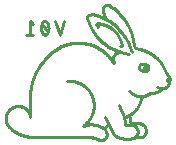
<source format=gbo>
G75*
%MOIN*%
%OFA0B0*%
%FSLAX25Y25*%
%IPPOS*%
%LPD*%
%AMOC8*
5,1,8,0,0,1.08239X$1,22.5*
%
%ADD10C,0.01000*%
%ADD11C,0.01100*%
D10*
X0014820Y0008580D02*
X0014730Y0008670D01*
X0014642Y0008762D01*
X0014557Y0008857D01*
X0014475Y0008954D01*
X0014396Y0009054D01*
X0014320Y0009156D01*
X0014248Y0009261D01*
X0014179Y0009368D01*
X0014112Y0009476D01*
X0014050Y0009587D01*
X0013991Y0009700D01*
X0013935Y0009814D01*
X0013883Y0009930D01*
X0013834Y0010048D01*
X0013790Y0010167D01*
X0013748Y0010288D01*
X0013711Y0010409D01*
X0013677Y0010532D01*
X0013648Y0010656D01*
X0013622Y0010780D01*
X0013599Y0010906D01*
X0013581Y0011032D01*
X0013567Y0011158D01*
X0013556Y0011285D01*
X0013550Y0011412D01*
X0013547Y0011539D01*
X0013548Y0011667D01*
X0013554Y0011794D01*
X0013563Y0011921D01*
X0013576Y0012047D01*
X0013593Y0012174D01*
X0013614Y0012299D01*
X0013638Y0012424D01*
X0013667Y0012548D01*
X0013699Y0012671D01*
X0013735Y0012793D01*
X0013775Y0012914D01*
X0013819Y0013034D01*
X0013866Y0013152D01*
X0013917Y0013268D01*
X0013971Y0013383D01*
X0014029Y0013497D01*
X0014091Y0013608D01*
X0014156Y0013718D01*
X0014224Y0013825D01*
X0014295Y0013931D01*
X0014370Y0014034D01*
X0014448Y0014134D01*
X0014529Y0014232D01*
X0014613Y0014328D01*
X0014700Y0014421D01*
X0014789Y0014512D01*
X0014882Y0014599D01*
X0014977Y0014684D01*
X0015074Y0014765D01*
X0015175Y0014844D01*
X0015277Y0014920D01*
X0015382Y0014992D01*
X0015489Y0015061D01*
X0015598Y0015127D01*
X0015709Y0015189D01*
X0015822Y0015248D01*
X0015936Y0015303D01*
X0016052Y0015355D01*
X0016170Y0015403D01*
X0016290Y0015447D01*
X0016410Y0015488D01*
X0016532Y0015525D01*
X0016655Y0015559D01*
X0016779Y0015588D01*
X0016903Y0015614D01*
X0017029Y0015636D01*
X0017155Y0015653D01*
X0017281Y0015667D01*
X0017408Y0015678D01*
X0017535Y0015684D01*
X0017662Y0015686D01*
X0017790Y0015684D01*
X0017917Y0015679D01*
X0018044Y0015669D01*
X0018170Y0015656D01*
X0018296Y0015638D01*
X0018422Y0015617D01*
X0018547Y0015592D01*
X0018671Y0015563D01*
X0018794Y0015531D01*
X0018916Y0015494D01*
X0019036Y0015454D01*
X0019156Y0015410D01*
X0019274Y0015362D01*
X0019390Y0015311D01*
X0019505Y0015256D01*
X0019618Y0015198D01*
X0019730Y0015136D01*
X0019839Y0015071D01*
X0019946Y0015002D01*
X0020051Y0014931D01*
X0020154Y0014856D01*
X0020255Y0014778D01*
X0020353Y0014696D01*
X0020448Y0014612D01*
X0020541Y0014525D01*
X0020631Y0014435D01*
X0020718Y0014342D01*
X0020803Y0014247D01*
X0020884Y0014149D01*
X0020962Y0014049D01*
X0021037Y0013946D01*
X0021109Y0013841D01*
X0021178Y0013734D01*
X0021244Y0013625D01*
X0021305Y0013514D01*
X0021364Y0013401D01*
X0021419Y0013286D01*
X0021470Y0013170D01*
X0021518Y0013052D01*
X0021562Y0012932D01*
X0021603Y0012812D01*
X0021640Y0012690D01*
X0021673Y0012567D01*
X0021702Y0012443D01*
X0021727Y0012318D01*
X0021748Y0012193D01*
X0021766Y0012067D01*
X0021780Y0011940D01*
X0021780Y0012300D02*
X0021660Y0018060D01*
X0014820Y0008579D02*
X0015025Y0008387D01*
X0015235Y0008200D01*
X0015450Y0008019D01*
X0015669Y0007842D01*
X0015892Y0007671D01*
X0016119Y0007505D01*
X0016350Y0007344D01*
X0016585Y0007190D01*
X0016823Y0007040D01*
X0017065Y0006897D01*
X0017311Y0006760D01*
X0017560Y0006628D01*
X0017811Y0006503D01*
X0018066Y0006384D01*
X0018324Y0006270D01*
X0018584Y0006163D01*
X0018846Y0006063D01*
X0019111Y0005968D01*
X0019379Y0005881D01*
X0019648Y0005799D01*
X0019919Y0005724D01*
X0020192Y0005656D01*
X0020466Y0005594D01*
X0020742Y0005539D01*
X0021019Y0005490D01*
X0021297Y0005449D01*
X0021576Y0005414D01*
X0021856Y0005385D01*
X0022137Y0005364D01*
X0022417Y0005349D01*
X0022699Y0005341D01*
X0022980Y0005339D01*
X0022980Y0005340D02*
X0039300Y0005460D01*
X0039780Y0005460D02*
X0041340Y0005340D01*
X0044700Y0008941D02*
X0044805Y0008925D01*
X0044910Y0008905D01*
X0045014Y0008882D01*
X0045117Y0008855D01*
X0045219Y0008824D01*
X0045320Y0008789D01*
X0045420Y0008751D01*
X0045518Y0008709D01*
X0045614Y0008663D01*
X0045709Y0008614D01*
X0045802Y0008562D01*
X0045893Y0008506D01*
X0045981Y0008447D01*
X0046068Y0008384D01*
X0046152Y0008319D01*
X0046234Y0008250D01*
X0046313Y0008178D01*
X0046389Y0008104D01*
X0046463Y0008027D01*
X0046534Y0007947D01*
X0046601Y0007865D01*
X0046666Y0007780D01*
X0046728Y0007693D01*
X0046786Y0007604D01*
X0046841Y0007512D01*
X0046893Y0007419D01*
X0046941Y0007324D01*
X0046985Y0007227D01*
X0047026Y0007128D01*
X0047064Y0007029D01*
X0047098Y0006927D01*
X0047127Y0006825D01*
X0047154Y0006722D01*
X0047176Y0006617D01*
X0047195Y0006512D01*
X0047209Y0006407D01*
X0047220Y0006301D01*
X0047220Y0006300D02*
X0047225Y0006218D01*
X0047226Y0006135D01*
X0047223Y0006052D01*
X0047217Y0005970D01*
X0047207Y0005887D01*
X0047193Y0005806D01*
X0047175Y0005725D01*
X0047154Y0005645D01*
X0047128Y0005566D01*
X0047100Y0005489D01*
X0047068Y0005412D01*
X0047032Y0005338D01*
X0046993Y0005265D01*
X0046951Y0005194D01*
X0046905Y0005125D01*
X0046856Y0005058D01*
X0046805Y0004993D01*
X0046750Y0004931D01*
X0046693Y0004871D01*
X0046633Y0004814D01*
X0046570Y0004760D01*
X0046505Y0004709D01*
X0046437Y0004661D01*
X0046368Y0004616D01*
X0046296Y0004574D01*
X0046223Y0004536D01*
X0046148Y0004501D01*
X0046072Y0004469D01*
X0045994Y0004441D01*
X0045915Y0004417D01*
X0045835Y0004396D01*
X0045754Y0004379D01*
X0045672Y0004366D01*
X0045590Y0004357D01*
X0045507Y0004351D01*
X0045424Y0004349D01*
X0045342Y0004351D01*
X0045259Y0004357D01*
X0045177Y0004366D01*
X0045095Y0004379D01*
X0045014Y0004396D01*
X0044934Y0004417D01*
X0044855Y0004441D01*
X0044777Y0004469D01*
X0044700Y0004501D01*
X0044700Y0009059D02*
X0044533Y0009122D01*
X0044365Y0009180D01*
X0044195Y0009234D01*
X0044025Y0009284D01*
X0043853Y0009330D01*
X0043680Y0009372D01*
X0043506Y0009410D01*
X0043331Y0009444D01*
X0043156Y0009474D01*
X0042980Y0009500D01*
X0042803Y0009521D01*
X0042626Y0009538D01*
X0042448Y0009552D01*
X0042271Y0009560D01*
X0042093Y0009565D01*
X0041915Y0009566D01*
X0041737Y0009562D01*
X0041559Y0009554D01*
X0041381Y0009542D01*
X0041204Y0009526D01*
X0041027Y0009506D01*
X0040851Y0009481D01*
X0040675Y0009452D01*
X0040500Y0009419D01*
X0040500Y0009420D02*
X0039300Y0009180D01*
X0052020Y0014340D02*
X0052145Y0014100D01*
X0052264Y0013857D01*
X0052377Y0013612D01*
X0052484Y0013363D01*
X0052585Y0013112D01*
X0052680Y0012859D01*
X0052769Y0012604D01*
X0052852Y0012346D01*
X0052928Y0012087D01*
X0052998Y0011825D01*
X0053062Y0011563D01*
X0053120Y0011298D01*
X0053171Y0011033D01*
X0053215Y0010766D01*
X0053253Y0010498D01*
X0053285Y0010229D01*
X0053310Y0009960D01*
X0053328Y0009690D01*
X0053340Y0009420D01*
X0053460Y0009420D02*
X0055260Y0009420D01*
X0055500Y0010140D02*
X0057780Y0010020D01*
X0054900Y0011700D02*
X0054780Y0012660D01*
X0056820Y0005340D02*
X0056666Y0005272D01*
X0056510Y0005209D01*
X0056353Y0005150D01*
X0056194Y0005094D01*
X0056035Y0005042D01*
X0055873Y0004994D01*
X0055711Y0004949D01*
X0055548Y0004909D01*
X0055384Y0004872D01*
X0055219Y0004840D01*
X0055053Y0004811D01*
X0054887Y0004786D01*
X0054720Y0004766D01*
X0054553Y0004749D01*
X0054385Y0004736D01*
X0054217Y0004728D01*
X0054049Y0004723D01*
X0053881Y0004722D01*
X0053713Y0004726D01*
X0053545Y0004733D01*
X0053377Y0004744D01*
X0053209Y0004760D01*
X0053042Y0004779D01*
X0052876Y0004802D01*
X0052710Y0004830D01*
X0052545Y0004861D01*
X0052380Y0004896D01*
X0052217Y0004935D01*
X0052054Y0004978D01*
X0051893Y0005025D01*
X0051732Y0005076D01*
X0051573Y0005131D01*
X0051416Y0005189D01*
X0051259Y0005251D01*
X0051105Y0005317D01*
X0050951Y0005386D01*
X0050800Y0005460D01*
X0050320Y0005700D01*
X0050340Y0005700D02*
X0050275Y0005713D01*
X0050210Y0005730D01*
X0050146Y0005751D01*
X0050083Y0005774D01*
X0050022Y0005802D01*
X0049962Y0005832D01*
X0049904Y0005866D01*
X0049848Y0005903D01*
X0049794Y0005943D01*
X0049743Y0005985D01*
X0049693Y0006031D01*
X0049647Y0006079D01*
X0049603Y0006130D01*
X0049562Y0006183D01*
X0049523Y0006238D01*
X0049488Y0006295D01*
X0049456Y0006354D01*
X0049428Y0006414D01*
X0049402Y0006477D01*
X0049381Y0006540D01*
X0049380Y0006540D02*
X0046500Y0012180D01*
X0047700Y0009300D02*
X0046620Y0008580D01*
X0055260Y0009420D02*
X0055352Y0009422D01*
X0055445Y0009420D01*
X0055537Y0009414D01*
X0055629Y0009404D01*
X0055721Y0009390D01*
X0055812Y0009373D01*
X0055902Y0009351D01*
X0055991Y0009326D01*
X0056079Y0009297D01*
X0056166Y0009265D01*
X0056251Y0009228D01*
X0056335Y0009189D01*
X0056417Y0009145D01*
X0056497Y0009099D01*
X0056574Y0009049D01*
X0056650Y0008995D01*
X0056724Y0008939D01*
X0056795Y0008879D01*
X0056863Y0008817D01*
X0056929Y0008752D01*
X0056992Y0008684D01*
X0057052Y0008613D01*
X0057108Y0008540D01*
X0057162Y0008465D01*
X0057213Y0008387D01*
X0057260Y0008307D01*
X0057304Y0008226D01*
X0057344Y0008142D01*
X0057381Y0008057D01*
X0057414Y0007971D01*
X0057444Y0007883D01*
X0057470Y0007794D01*
X0057492Y0007704D01*
X0057510Y0007614D01*
X0057524Y0007522D01*
X0057535Y0007430D01*
X0057541Y0007338D01*
X0057544Y0007245D01*
X0057543Y0007152D01*
X0057538Y0007060D01*
X0057529Y0006968D01*
X0057516Y0006876D01*
X0057499Y0006785D01*
X0057478Y0006695D01*
X0057454Y0006605D01*
X0057426Y0006517D01*
X0057394Y0006430D01*
X0057358Y0006345D01*
X0057319Y0006261D01*
X0057277Y0006178D01*
X0057231Y0006098D01*
X0057181Y0006020D01*
X0057129Y0005943D01*
X0057073Y0005870D01*
X0057014Y0005798D01*
X0056952Y0005729D01*
X0056887Y0005663D01*
X0056820Y0005599D01*
X0057420Y0005340D02*
X0059220Y0005460D01*
X0059340Y0005460D02*
X0059416Y0005528D01*
X0059489Y0005598D01*
X0059560Y0005671D01*
X0059628Y0005747D01*
X0059692Y0005825D01*
X0059754Y0005906D01*
X0059812Y0005989D01*
X0059867Y0006074D01*
X0059919Y0006162D01*
X0059967Y0006251D01*
X0060012Y0006342D01*
X0060053Y0006435D01*
X0060090Y0006530D01*
X0060123Y0006625D01*
X0060153Y0006722D01*
X0060179Y0006821D01*
X0060201Y0006920D01*
X0060220Y0007020D01*
X0060234Y0007120D01*
X0060244Y0007221D01*
X0060251Y0007323D01*
X0060253Y0007424D01*
X0060251Y0007526D01*
X0060246Y0007627D01*
X0060236Y0007728D01*
X0060223Y0007829D01*
X0060205Y0007929D01*
X0060184Y0008028D01*
X0060159Y0008127D01*
X0060130Y0008224D01*
X0060097Y0008320D01*
X0060060Y0008415D01*
X0060020Y0008508D01*
X0059976Y0008599D01*
X0059928Y0008689D01*
X0059877Y0008777D01*
X0059823Y0008863D01*
X0059765Y0008946D01*
X0059704Y0009028D01*
X0059640Y0009106D01*
X0059573Y0009183D01*
X0059503Y0009256D01*
X0059430Y0009327D01*
X0059355Y0009395D01*
X0059277Y0009460D01*
X0059196Y0009521D01*
X0059113Y0009580D01*
X0059028Y0009635D01*
X0058940Y0009687D01*
X0058851Y0009735D01*
X0058760Y0009780D01*
X0058667Y0009821D01*
X0058572Y0009858D01*
X0058477Y0009892D01*
X0058380Y0009922D01*
X0058282Y0009948D01*
X0058182Y0009971D01*
X0058083Y0009989D01*
X0057982Y0010003D01*
X0057881Y0010014D01*
X0057780Y0010020D01*
X0052020Y0014340D02*
X0051180Y0016020D01*
X0052980Y0011940D02*
X0053164Y0011995D01*
X0053347Y0012054D01*
X0053528Y0012118D01*
X0053708Y0012186D01*
X0053885Y0012258D01*
X0054062Y0012334D01*
X0054236Y0012415D01*
X0054408Y0012500D01*
X0054578Y0012589D01*
X0054746Y0012682D01*
X0054912Y0012779D01*
X0055075Y0012880D01*
X0055236Y0012986D01*
X0055394Y0013094D01*
X0055549Y0013207D01*
X0055702Y0013324D01*
X0055852Y0013444D01*
X0055999Y0013567D01*
X0056143Y0013694D01*
X0056284Y0013825D01*
X0056421Y0013959D01*
X0056556Y0014096D01*
X0056686Y0014237D01*
X0056814Y0014380D01*
X0056938Y0014527D01*
X0057059Y0014676D01*
X0057175Y0014829D01*
X0057288Y0014984D01*
X0057398Y0015142D01*
X0057503Y0015302D01*
X0057605Y0015465D01*
X0057702Y0015631D01*
X0057796Y0015798D01*
X0057885Y0015968D01*
X0057971Y0016140D01*
X0058052Y0016314D01*
X0058129Y0016490D01*
X0058202Y0016668D01*
X0058270Y0016847D01*
X0058334Y0017028D01*
X0058394Y0017211D01*
X0058449Y0017395D01*
X0058500Y0017580D01*
X0058860Y0018900D01*
X0061740Y0020100D02*
X0062340Y0020100D01*
X0064140Y0021900D02*
X0064980Y0021660D01*
X0064980Y0021661D02*
X0065073Y0021636D01*
X0065168Y0021615D01*
X0065263Y0021598D01*
X0065359Y0021585D01*
X0065455Y0021576D01*
X0065551Y0021571D01*
X0065648Y0021570D01*
X0065744Y0021573D01*
X0065841Y0021580D01*
X0065937Y0021590D01*
X0066032Y0021605D01*
X0066127Y0021624D01*
X0066221Y0021646D01*
X0066314Y0021672D01*
X0066406Y0021702D01*
X0066496Y0021736D01*
X0066585Y0021774D01*
X0066672Y0021815D01*
X0066758Y0021859D01*
X0066842Y0021908D01*
X0066924Y0021959D01*
X0067003Y0022014D01*
X0067080Y0022072D01*
X0067155Y0022133D01*
X0067227Y0022197D01*
X0067297Y0022264D01*
X0067363Y0022334D01*
X0067427Y0022407D01*
X0067488Y0022482D01*
X0067546Y0022559D01*
X0067600Y0022639D01*
X0067651Y0022721D01*
X0067699Y0022805D01*
X0067743Y0022891D01*
X0067783Y0022979D01*
X0067820Y0023068D01*
X0067854Y0023158D01*
X0067883Y0023250D01*
X0067909Y0023343D01*
X0067931Y0023438D01*
X0067949Y0023532D01*
X0067963Y0023628D01*
X0067973Y0023724D01*
X0067980Y0023820D01*
X0067500Y0024060D02*
X0067465Y0024073D01*
X0067432Y0024090D01*
X0067401Y0024109D01*
X0067372Y0024132D01*
X0067345Y0024158D01*
X0067321Y0024187D01*
X0067300Y0024217D01*
X0067283Y0024250D01*
X0067269Y0024285D01*
X0067259Y0024320D01*
X0067252Y0024357D01*
X0067249Y0024394D01*
X0067250Y0024431D01*
X0067255Y0024467D01*
X0067263Y0024503D01*
X0067275Y0024538D01*
X0067291Y0024572D01*
X0067310Y0024604D01*
X0067332Y0024634D01*
X0067358Y0024661D01*
X0067386Y0024685D01*
X0067416Y0024707D01*
X0067448Y0024725D01*
X0067482Y0024740D01*
X0067517Y0024751D01*
X0067554Y0024759D01*
X0067590Y0024763D01*
X0067628Y0024763D01*
X0067664Y0024759D01*
X0067701Y0024751D01*
X0067736Y0024740D01*
X0067770Y0024725D01*
X0067802Y0024707D01*
X0067832Y0024685D01*
X0067860Y0024661D01*
X0068220Y0025139D02*
X0068252Y0025099D01*
X0068280Y0025056D01*
X0068305Y0025012D01*
X0068327Y0024965D01*
X0068345Y0024917D01*
X0068359Y0024868D01*
X0068370Y0024818D01*
X0068377Y0024767D01*
X0068380Y0024716D01*
X0068379Y0024665D01*
X0068374Y0024614D01*
X0068365Y0024563D01*
X0068353Y0024514D01*
X0068337Y0024465D01*
X0068317Y0024418D01*
X0068293Y0024372D01*
X0068267Y0024329D01*
X0068237Y0024287D01*
X0068204Y0024248D01*
X0068168Y0024211D01*
X0068129Y0024178D01*
X0068088Y0024147D01*
X0068045Y0024120D01*
X0067999Y0024096D01*
X0067952Y0024075D01*
X0067904Y0024058D01*
X0067855Y0024045D01*
X0067804Y0024035D01*
X0067753Y0024030D01*
X0067702Y0024028D01*
X0067651Y0024030D01*
X0067600Y0024036D01*
X0067550Y0024046D01*
X0067500Y0024060D01*
X0065340Y0021180D02*
X0065235Y0021095D01*
X0065126Y0021013D01*
X0065016Y0020935D01*
X0064903Y0020859D01*
X0064789Y0020787D01*
X0064672Y0020718D01*
X0064553Y0020653D01*
X0064433Y0020591D01*
X0064311Y0020532D01*
X0064187Y0020477D01*
X0064061Y0020426D01*
X0063934Y0020378D01*
X0063806Y0020334D01*
X0063677Y0020294D01*
X0063546Y0020257D01*
X0063415Y0020224D01*
X0063282Y0020195D01*
X0063149Y0020170D01*
X0063015Y0020149D01*
X0062881Y0020131D01*
X0062746Y0020118D01*
X0062611Y0020108D01*
X0062476Y0020102D01*
X0062340Y0020100D01*
X0061739Y0020100D02*
X0061629Y0020014D01*
X0061517Y0019931D01*
X0061402Y0019851D01*
X0061285Y0019774D01*
X0061166Y0019700D01*
X0061045Y0019630D01*
X0060922Y0019563D01*
X0060798Y0019499D01*
X0060671Y0019439D01*
X0060544Y0019382D01*
X0060414Y0019329D01*
X0060283Y0019280D01*
X0060151Y0019234D01*
X0060018Y0019191D01*
X0059883Y0019153D01*
X0059748Y0019118D01*
X0059611Y0019086D01*
X0059474Y0019059D01*
X0059336Y0019035D01*
X0059198Y0019015D01*
X0059059Y0018999D01*
X0058920Y0018987D01*
X0058780Y0018979D01*
X0058640Y0018974D01*
X0058500Y0018973D01*
X0058360Y0018976D01*
X0058220Y0018983D01*
X0058081Y0018994D01*
X0057942Y0019008D01*
X0057803Y0019027D01*
X0057665Y0019049D01*
X0057528Y0019075D01*
X0057391Y0019105D01*
X0057255Y0019138D01*
X0057120Y0019175D01*
X0056986Y0019216D01*
X0056854Y0019261D01*
X0056722Y0019309D01*
X0056592Y0019361D01*
X0056464Y0019416D01*
X0056337Y0019475D01*
X0056211Y0019537D01*
X0056088Y0019603D01*
X0055966Y0019672D01*
X0055846Y0019744D01*
X0055729Y0019820D01*
X0055613Y0019898D01*
X0055500Y0019980D01*
X0054660Y0020580D01*
X0063780Y0031741D02*
X0063569Y0031933D01*
X0063352Y0032121D01*
X0063131Y0032303D01*
X0062906Y0032480D01*
X0062676Y0032651D01*
X0062442Y0032817D01*
X0062204Y0032976D01*
X0061962Y0033130D01*
X0061717Y0033278D01*
X0061468Y0033420D01*
X0061216Y0033555D01*
X0060960Y0033685D01*
X0060702Y0033808D01*
X0060440Y0033924D01*
X0060175Y0034035D01*
X0059908Y0034138D01*
X0059639Y0034236D01*
X0059367Y0034326D01*
X0059093Y0034410D01*
X0058817Y0034487D01*
X0058540Y0034557D01*
X0058260Y0034621D01*
X0058260Y0034620D02*
X0056580Y0034980D01*
X0056580Y0035100D02*
X0056100Y0037500D01*
X0054660Y0036180D02*
X0055740Y0033660D01*
X0054540Y0032940D02*
X0051660Y0033780D01*
X0051660Y0035700D02*
X0052260Y0035700D01*
X0052260Y0035940D02*
X0051900Y0037140D01*
X0044220Y0042060D02*
X0043620Y0043020D01*
X0043141Y0046140D02*
X0043040Y0046165D01*
X0042938Y0046186D01*
X0042836Y0046203D01*
X0042733Y0046216D01*
X0042629Y0046225D01*
X0042526Y0046231D01*
X0042422Y0046232D01*
X0042318Y0046229D01*
X0042214Y0046223D01*
X0042111Y0046212D01*
X0042008Y0046198D01*
X0041906Y0046180D01*
X0041805Y0046158D01*
X0041704Y0046132D01*
X0041605Y0046102D01*
X0041507Y0046068D01*
X0041410Y0046031D01*
X0041314Y0045990D01*
X0041220Y0045946D01*
X0041128Y0045898D01*
X0041038Y0045846D01*
X0040950Y0045792D01*
X0040864Y0045733D01*
X0040780Y0045672D01*
X0040699Y0045608D01*
X0040620Y0045540D01*
X0046021Y0048180D02*
X0046024Y0048252D01*
X0046032Y0048323D01*
X0046044Y0048394D01*
X0046060Y0048464D01*
X0046079Y0048533D01*
X0046102Y0048601D01*
X0046128Y0048668D01*
X0046159Y0048733D01*
X0046192Y0048797D01*
X0046229Y0048858D01*
X0046270Y0048917D01*
X0046313Y0048975D01*
X0046360Y0049029D01*
X0046409Y0049081D01*
X0046461Y0049131D01*
X0046516Y0049177D01*
X0046573Y0049220D01*
X0046633Y0049261D01*
X0046694Y0049298D01*
X0046758Y0049331D01*
X0046823Y0049361D01*
X0046889Y0049388D01*
X0046957Y0049411D01*
X0047027Y0049430D01*
X0047097Y0049445D01*
X0047168Y0049457D01*
X0047239Y0049465D01*
X0047311Y0049469D01*
X0047382Y0049469D01*
X0047454Y0049465D01*
X0047525Y0049457D01*
X0047596Y0049445D01*
X0047666Y0049430D01*
X0047735Y0049411D01*
X0047803Y0049388D01*
X0047870Y0049361D01*
X0047935Y0049331D01*
X0047999Y0049297D01*
X0048060Y0049260D01*
X0046020Y0048180D02*
X0046018Y0048032D01*
X0046020Y0047884D01*
X0046025Y0047737D01*
X0046034Y0047589D01*
X0046047Y0047442D01*
X0046063Y0047295D01*
X0046084Y0047148D01*
X0046108Y0047002D01*
X0046135Y0046857D01*
X0046167Y0046712D01*
X0046202Y0046569D01*
X0046241Y0046426D01*
X0046283Y0046284D01*
X0046329Y0046144D01*
X0046379Y0046005D01*
X0046432Y0045867D01*
X0046489Y0045730D01*
X0046549Y0045595D01*
X0046612Y0045461D01*
X0046679Y0045329D01*
X0046750Y0045199D01*
X0046823Y0045071D01*
X0046900Y0044945D01*
X0046980Y0044820D01*
X0040620Y0045540D02*
X0040708Y0045166D01*
X0040806Y0044794D01*
X0040913Y0044424D01*
X0041029Y0044058D01*
X0041153Y0043694D01*
X0041286Y0043333D01*
X0041428Y0042976D01*
X0041579Y0042622D01*
X0041738Y0042272D01*
X0041906Y0041926D01*
X0042082Y0041584D01*
X0042266Y0041246D01*
X0042458Y0040913D01*
X0042658Y0040585D01*
X0042867Y0040261D01*
X0043082Y0039943D01*
X0043306Y0039630D01*
X0043537Y0039323D01*
X0043776Y0039021D01*
X0044021Y0038726D01*
X0044274Y0038436D01*
X0044534Y0038152D01*
X0044801Y0037875D01*
X0045074Y0037605D01*
X0045354Y0037341D01*
X0045640Y0037084D01*
X0045932Y0036834D01*
X0046230Y0036591D01*
X0046534Y0036355D01*
X0046843Y0036127D01*
X0047158Y0035906D01*
X0047479Y0035693D01*
X0047804Y0035488D01*
X0048134Y0035291D01*
X0048469Y0035102D01*
X0048808Y0034921D01*
X0049152Y0034749D01*
X0049500Y0034584D01*
X0049851Y0034428D01*
X0050206Y0034281D01*
X0050565Y0034143D01*
X0050927Y0034013D01*
X0051292Y0033892D01*
X0051660Y0033780D01*
X0051660Y0033540D02*
X0051574Y0033554D01*
X0051488Y0033563D01*
X0051401Y0033569D01*
X0051314Y0033571D01*
X0051227Y0033569D01*
X0051140Y0033563D01*
X0051054Y0033554D01*
X0050968Y0033540D01*
X0050883Y0033523D01*
X0050798Y0033502D01*
X0050715Y0033477D01*
X0050633Y0033448D01*
X0050552Y0033416D01*
X0050473Y0033380D01*
X0050396Y0033341D01*
X0050320Y0033298D01*
X0050246Y0033252D01*
X0050174Y0033203D01*
X0050105Y0033151D01*
X0050038Y0033095D01*
X0049974Y0033037D01*
X0049912Y0032976D01*
X0049853Y0032912D01*
X0049797Y0032845D01*
X0049744Y0032777D01*
X0049694Y0032705D01*
X0049647Y0032632D01*
X0049604Y0032557D01*
X0049564Y0032479D01*
X0049527Y0032401D01*
X0049494Y0032320D01*
X0049465Y0032238D01*
X0049439Y0032155D01*
X0049417Y0032071D01*
X0049399Y0031986D01*
X0049385Y0031900D01*
X0049374Y0031814D01*
X0049368Y0031727D01*
X0049365Y0031640D01*
X0049366Y0031554D01*
X0049371Y0031467D01*
X0049380Y0031380D01*
X0049500Y0030420D01*
X0051901Y0037140D02*
X0051839Y0037338D01*
X0051772Y0037535D01*
X0051700Y0037730D01*
X0051624Y0037923D01*
X0051543Y0038114D01*
X0051457Y0038303D01*
X0051367Y0038491D01*
X0051273Y0038676D01*
X0051174Y0038858D01*
X0051070Y0039038D01*
X0050962Y0039216D01*
X0050850Y0039391D01*
X0050734Y0039563D01*
X0050614Y0039732D01*
X0050489Y0039899D01*
X0050361Y0040062D01*
X0050229Y0040222D01*
X0050093Y0040379D01*
X0049953Y0040533D01*
X0049809Y0040683D01*
X0049662Y0040829D01*
X0049511Y0040972D01*
X0049357Y0041112D01*
X0049200Y0041247D01*
X0049039Y0041379D01*
X0048875Y0041507D01*
X0048709Y0041631D01*
X0048539Y0041750D01*
X0048366Y0041866D01*
X0048191Y0041977D01*
X0048013Y0042085D01*
X0047832Y0042187D01*
X0047650Y0042286D01*
X0047464Y0042380D01*
X0047277Y0042469D01*
X0047087Y0042554D01*
X0046896Y0042634D01*
X0046702Y0042710D01*
X0046507Y0042781D01*
X0046310Y0042847D01*
X0046111Y0042908D01*
X0045912Y0042965D01*
X0045710Y0043017D01*
X0045508Y0043064D01*
X0045304Y0043105D01*
X0045100Y0043142D01*
X0044895Y0043175D01*
X0044689Y0043202D01*
X0044482Y0043224D01*
X0044275Y0043241D01*
X0044068Y0043253D01*
X0043860Y0043260D01*
X0048060Y0049259D02*
X0048431Y0049016D01*
X0048795Y0048764D01*
X0049154Y0048502D01*
X0049506Y0048232D01*
X0049851Y0047954D01*
X0050189Y0047667D01*
X0050521Y0047372D01*
X0050845Y0047070D01*
X0051161Y0046759D01*
X0051470Y0046441D01*
X0051771Y0046115D01*
X0052064Y0045782D01*
X0052349Y0045442D01*
X0052625Y0045095D01*
X0052893Y0044741D01*
X0053152Y0044382D01*
X0053403Y0044015D01*
X0053644Y0043643D01*
X0053876Y0043265D01*
X0054099Y0042882D01*
X0054313Y0042493D01*
X0054517Y0042099D01*
X0054711Y0041701D01*
X0054895Y0041297D01*
X0055070Y0040889D01*
X0055235Y0040478D01*
X0055389Y0040062D01*
X0055533Y0039643D01*
X0055668Y0039220D01*
X0055791Y0038794D01*
X0055905Y0038365D01*
X0056007Y0037934D01*
X0056100Y0037500D01*
X0059580Y0029700D02*
X0060300Y0029460D01*
X0060060Y0029580D02*
X0060126Y0029576D01*
X0060191Y0029567D01*
X0060255Y0029555D01*
X0060319Y0029539D01*
X0060382Y0029519D01*
X0060443Y0029496D01*
X0060503Y0029469D01*
X0060561Y0029438D01*
X0060618Y0029404D01*
X0060672Y0029367D01*
X0060724Y0029326D01*
X0060773Y0029283D01*
X0060819Y0029236D01*
X0060863Y0029187D01*
X0060904Y0029136D01*
X0060942Y0029082D01*
X0060976Y0029026D01*
X0061007Y0028968D01*
X0061034Y0028908D01*
X0061058Y0028846D01*
X0061078Y0028784D01*
X0061095Y0028720D01*
X0061107Y0028656D01*
X0061116Y0028590D01*
X0061121Y0028525D01*
X0061122Y0028459D01*
X0061119Y0028393D01*
X0061112Y0028328D01*
X0061101Y0028263D01*
X0061086Y0028199D01*
X0061068Y0028136D01*
X0061046Y0028074D01*
X0061020Y0028014D01*
X0060991Y0027955D01*
X0060958Y0027898D01*
X0060922Y0027843D01*
X0060882Y0027790D01*
X0060840Y0027740D01*
X0060794Y0027692D01*
X0060746Y0027647D01*
X0060696Y0027605D01*
X0060643Y0027567D01*
X0060587Y0027531D01*
X0060530Y0027499D01*
X0060471Y0027470D01*
X0060410Y0027445D01*
X0060348Y0027423D01*
X0060285Y0027406D01*
X0060220Y0027392D01*
X0060155Y0027382D01*
X0060090Y0027375D01*
X0060024Y0027373D01*
X0059958Y0027375D01*
X0059893Y0027380D01*
X0059828Y0027390D01*
X0059763Y0027403D01*
X0059700Y0027420D01*
X0059725Y0028380D02*
X0059727Y0028409D01*
X0059733Y0028437D01*
X0059742Y0028464D01*
X0059755Y0028490D01*
X0059771Y0028513D01*
X0059791Y0028535D01*
X0059812Y0028553D01*
X0059837Y0028569D01*
X0059863Y0028581D01*
X0059890Y0028589D01*
X0059918Y0028594D01*
X0059947Y0028595D01*
X0059976Y0028592D01*
X0060004Y0028585D01*
X0060031Y0028575D01*
X0060056Y0028561D01*
X0060079Y0028544D01*
X0060099Y0028524D01*
X0060117Y0028502D01*
X0060132Y0028477D01*
X0060143Y0028451D01*
X0060151Y0028423D01*
X0060155Y0028394D01*
X0060155Y0028366D01*
X0060151Y0028337D01*
X0060143Y0028309D01*
X0060132Y0028283D01*
X0060117Y0028258D01*
X0060099Y0028236D01*
X0060079Y0028216D01*
X0060056Y0028199D01*
X0060031Y0028185D01*
X0060004Y0028175D01*
X0059976Y0028168D01*
X0059947Y0028165D01*
X0059918Y0028166D01*
X0059890Y0028171D01*
X0059863Y0028179D01*
X0059837Y0028191D01*
X0059812Y0028207D01*
X0059791Y0028225D01*
X0059771Y0028247D01*
X0059755Y0028270D01*
X0059742Y0028296D01*
X0059733Y0028323D01*
X0059727Y0028351D01*
X0059725Y0028380D01*
X0059580Y0029700D02*
X0059515Y0029720D01*
X0059448Y0029736D01*
X0059381Y0029748D01*
X0059313Y0029757D01*
X0059245Y0029762D01*
X0059177Y0029763D01*
X0059109Y0029760D01*
X0059041Y0029754D01*
X0058974Y0029744D01*
X0058907Y0029730D01*
X0058841Y0029713D01*
X0058776Y0029691D01*
X0058712Y0029667D01*
X0058650Y0029638D01*
X0058590Y0029607D01*
X0058531Y0029572D01*
X0058474Y0029534D01*
X0058420Y0029493D01*
X0058368Y0029449D01*
X0058318Y0029402D01*
X0058271Y0029352D01*
X0058227Y0029300D01*
X0058186Y0029246D01*
X0058148Y0029189D01*
X0058113Y0029130D01*
X0058082Y0029070D01*
X0058053Y0029008D01*
X0058029Y0028944D01*
X0058007Y0028879D01*
X0057990Y0028813D01*
X0057976Y0028746D01*
X0057966Y0028679D01*
X0057960Y0028611D01*
X0057957Y0028543D01*
X0057958Y0028475D01*
X0057963Y0028407D01*
X0057972Y0028339D01*
X0057984Y0028272D01*
X0058000Y0028205D01*
X0058020Y0028140D01*
X0058019Y0028139D02*
X0058039Y0028085D01*
X0058063Y0028032D01*
X0058090Y0027981D01*
X0058121Y0027931D01*
X0058154Y0027884D01*
X0058191Y0027839D01*
X0058231Y0027796D01*
X0058273Y0027757D01*
X0058318Y0027720D01*
X0058366Y0027686D01*
X0058415Y0027655D01*
X0058466Y0027628D01*
X0058519Y0027604D01*
X0058574Y0027584D01*
X0058630Y0027568D01*
X0058686Y0027555D01*
X0058744Y0027546D01*
X0058801Y0027540D01*
X0058860Y0027539D01*
X0058860Y0027540D02*
X0058954Y0027539D01*
X0059049Y0027535D01*
X0059143Y0027528D01*
X0059237Y0027518D01*
X0059331Y0027504D01*
X0059424Y0027488D01*
X0059517Y0027468D01*
X0059609Y0027446D01*
X0059700Y0027420D01*
X0063781Y0031740D02*
X0063976Y0031553D01*
X0064167Y0031362D01*
X0064353Y0031166D01*
X0064534Y0030966D01*
X0064711Y0030762D01*
X0064883Y0030553D01*
X0065049Y0030340D01*
X0065211Y0030124D01*
X0065367Y0029904D01*
X0065518Y0029680D01*
X0065664Y0029452D01*
X0065804Y0029221D01*
X0065939Y0028987D01*
X0066068Y0028750D01*
X0066191Y0028509D01*
X0066309Y0028266D01*
X0066421Y0028020D01*
X0066538Y0027762D01*
X0066662Y0027506D01*
X0066792Y0027253D01*
X0066927Y0027004D01*
X0067069Y0026758D01*
X0067217Y0026515D01*
X0067370Y0026276D01*
X0067529Y0026041D01*
X0067694Y0025810D01*
X0067864Y0025582D01*
X0068040Y0025359D01*
X0068221Y0025140D01*
X0054900Y0011700D02*
X0054929Y0011487D01*
X0054962Y0011274D01*
X0055000Y0011063D01*
X0055043Y0010852D01*
X0055090Y0010642D01*
X0055142Y0010434D01*
X0055199Y0010226D01*
X0055260Y0010020D01*
X0021660Y0018060D02*
X0021656Y0018521D01*
X0021663Y0018981D01*
X0021681Y0019442D01*
X0021710Y0019902D01*
X0021750Y0020361D01*
X0021801Y0020819D01*
X0021863Y0021276D01*
X0021936Y0021731D01*
X0022020Y0022184D01*
X0022115Y0022635D01*
X0022221Y0023084D01*
X0022337Y0023530D01*
X0022464Y0023973D01*
X0022601Y0024413D01*
X0022749Y0024850D01*
X0022908Y0025282D01*
X0023076Y0025711D01*
X0023255Y0026136D01*
X0023445Y0026556D01*
X0023644Y0026972D01*
X0023853Y0027383D01*
X0024072Y0027788D01*
X0024300Y0028189D01*
X0024538Y0028583D01*
X0024786Y0028972D01*
X0025042Y0029355D01*
X0025308Y0029732D01*
X0025583Y0030102D01*
X0025867Y0030465D01*
X0026159Y0030821D01*
X0026459Y0031171D01*
X0026768Y0031513D01*
X0027086Y0031847D01*
X0027411Y0032174D01*
X0027743Y0032493D01*
X0028084Y0032804D01*
X0028431Y0033107D01*
X0028786Y0033401D01*
X0029148Y0033686D01*
X0029516Y0033963D01*
X0029891Y0034231D01*
X0030273Y0034490D01*
X0030660Y0034740D01*
X0043140Y0046140D02*
X0043550Y0046025D01*
X0043957Y0045901D01*
X0044362Y0045766D01*
X0044762Y0045622D01*
X0045159Y0045468D01*
X0045553Y0045304D01*
X0045942Y0045131D01*
X0046327Y0044948D01*
X0046707Y0044756D01*
X0047082Y0044554D01*
X0047452Y0044344D01*
X0047818Y0044124D01*
X0048177Y0043896D01*
X0048531Y0043659D01*
X0048879Y0043413D01*
X0049221Y0043159D01*
X0049556Y0042896D01*
X0049885Y0042626D01*
X0050207Y0042347D01*
X0050523Y0042061D01*
X0050831Y0041767D01*
X0051132Y0041465D01*
X0051425Y0041156D01*
X0051711Y0040840D01*
X0051989Y0040518D01*
X0052259Y0040188D01*
X0052521Y0039852D01*
X0052775Y0039510D01*
X0053020Y0039161D01*
X0053256Y0038807D01*
X0053484Y0038447D01*
X0053703Y0038082D01*
X0053913Y0037711D01*
X0054113Y0037335D01*
X0054305Y0036955D01*
X0054487Y0036569D01*
X0054659Y0036180D01*
X0049500Y0029940D02*
X0049335Y0030225D01*
X0049164Y0030507D01*
X0048985Y0030783D01*
X0048800Y0031056D01*
X0048608Y0031323D01*
X0048410Y0031586D01*
X0048205Y0031844D01*
X0047994Y0032097D01*
X0047776Y0032345D01*
X0047553Y0032587D01*
X0047324Y0032824D01*
X0047089Y0033055D01*
X0046849Y0033280D01*
X0046603Y0033499D01*
X0046352Y0033712D01*
X0046095Y0033919D01*
X0045834Y0034120D01*
X0045568Y0034314D01*
X0045297Y0034501D01*
X0045021Y0034682D01*
X0044742Y0034856D01*
X0044458Y0035023D01*
X0044170Y0035183D01*
X0043878Y0035335D01*
X0043583Y0035481D01*
X0043284Y0035620D01*
X0042981Y0035751D01*
X0042676Y0035874D01*
X0042368Y0035990D01*
X0042057Y0036098D01*
X0041743Y0036199D01*
X0041427Y0036292D01*
X0041109Y0036377D01*
X0040789Y0036455D01*
X0040467Y0036524D01*
X0040143Y0036586D01*
X0039818Y0036640D01*
X0039492Y0036685D01*
X0039165Y0036723D01*
X0038837Y0036753D01*
X0038508Y0036774D01*
X0038179Y0036788D01*
X0037850Y0036793D01*
X0037520Y0036790D01*
X0037191Y0036779D01*
X0036862Y0036761D01*
X0036534Y0036734D01*
X0036206Y0036699D01*
X0035880Y0036656D01*
X0035554Y0036605D01*
X0035230Y0036546D01*
X0034908Y0036479D01*
X0034587Y0036404D01*
X0034268Y0036321D01*
X0033951Y0036231D01*
X0033637Y0036133D01*
X0033325Y0036027D01*
X0033016Y0035913D01*
X0032709Y0035792D01*
X0032406Y0035664D01*
X0032106Y0035528D01*
X0031809Y0035385D01*
X0031516Y0035234D01*
X0031227Y0035076D01*
X0030942Y0034912D01*
X0030661Y0034740D01*
X0033900Y0024060D02*
X0034740Y0024060D01*
X0034939Y0024058D01*
X0035139Y0024050D01*
X0035337Y0024038D01*
X0035536Y0024021D01*
X0035734Y0023999D01*
X0035932Y0023972D01*
X0036129Y0023941D01*
X0036325Y0023905D01*
X0036520Y0023863D01*
X0036714Y0023818D01*
X0036906Y0023767D01*
X0037098Y0023712D01*
X0037288Y0023652D01*
X0037477Y0023587D01*
X0037664Y0023518D01*
X0037849Y0023444D01*
X0038032Y0023366D01*
X0038214Y0023283D01*
X0038393Y0023196D01*
X0038570Y0023105D01*
X0038745Y0023009D01*
X0038917Y0022909D01*
X0039087Y0022805D01*
X0039255Y0022697D01*
X0039419Y0022584D01*
X0039581Y0022468D01*
X0039740Y0022348D01*
X0039896Y0022224D01*
X0040049Y0022096D01*
X0040199Y0021964D01*
X0040345Y0021829D01*
X0040488Y0021690D01*
X0040628Y0021548D01*
X0040764Y0021403D01*
X0040897Y0021254D01*
X0041026Y0021102D01*
X0041151Y0020946D01*
X0041272Y0020788D01*
X0041390Y0020627D01*
X0041503Y0020463D01*
X0041613Y0020297D01*
X0041718Y0020127D01*
X0041819Y0019956D01*
X0041916Y0019781D01*
X0042009Y0019605D01*
X0042097Y0019426D01*
X0042181Y0019245D01*
X0042260Y0019063D01*
X0042335Y0018878D01*
X0042406Y0018691D01*
X0042471Y0018503D01*
X0042533Y0018314D01*
X0042589Y0018122D01*
X0042641Y0017930D01*
X0042688Y0017736D01*
X0042731Y0017542D01*
X0042768Y0017346D01*
X0042801Y0017149D01*
X0042829Y0016952D01*
X0042853Y0016754D01*
X0042871Y0016555D01*
X0042884Y0016356D01*
X0042893Y0016157D01*
X0042897Y0015958D01*
X0042896Y0015759D01*
X0042890Y0015559D01*
X0042879Y0015360D01*
X0042863Y0015162D01*
X0042843Y0014963D01*
X0042817Y0014766D01*
X0042787Y0014569D01*
X0042752Y0014372D01*
X0042712Y0014177D01*
X0042668Y0013983D01*
X0042618Y0013790D01*
X0042564Y0013598D01*
X0042506Y0013407D01*
X0042442Y0013218D01*
X0042375Y0013031D01*
X0042302Y0012845D01*
X0042225Y0012661D01*
X0042144Y0012479D01*
X0042058Y0012299D01*
X0041968Y0012122D01*
X0041873Y0011946D01*
X0041774Y0011773D01*
X0041671Y0011602D01*
X0041564Y0011434D01*
X0041453Y0011269D01*
X0041338Y0011106D01*
X0041218Y0010946D01*
X0041095Y0010790D01*
X0040968Y0010636D01*
X0040838Y0010485D01*
X0040704Y0010338D01*
X0040566Y0010194D01*
X0040425Y0010053D01*
X0040280Y0009916D01*
X0040132Y0009782D01*
X0039981Y0009652D01*
X0039827Y0009526D01*
X0039669Y0009404D01*
X0039509Y0009285D01*
X0039346Y0009171D01*
X0039180Y0009060D01*
X0041340Y0005340D02*
X0041588Y0005317D01*
X0041835Y0005290D01*
X0042081Y0005256D01*
X0042326Y0005216D01*
X0042571Y0005170D01*
X0042814Y0005119D01*
X0043056Y0005061D01*
X0043296Y0004998D01*
X0043535Y0004929D01*
X0043772Y0004854D01*
X0044007Y0004774D01*
X0044240Y0004688D01*
X0044472Y0004597D01*
X0044700Y0004500D01*
D11*
X0031610Y0039490D02*
X0030110Y0043990D01*
X0033110Y0043990D02*
X0031610Y0039490D01*
X0025695Y0040115D02*
X0025644Y0040224D01*
X0025597Y0040334D01*
X0025553Y0040446D01*
X0025513Y0040560D01*
X0025477Y0040674D01*
X0025444Y0040790D01*
X0025415Y0040906D01*
X0025390Y0041024D01*
X0025369Y0041142D01*
X0025351Y0041261D01*
X0025338Y0041380D01*
X0025328Y0041500D01*
X0025322Y0041620D01*
X0025320Y0041740D01*
X0027820Y0041740D02*
X0027818Y0041620D01*
X0027812Y0041500D01*
X0027802Y0041380D01*
X0027789Y0041261D01*
X0027771Y0041142D01*
X0027750Y0041024D01*
X0027725Y0040906D01*
X0027696Y0040790D01*
X0027663Y0040674D01*
X0027627Y0040560D01*
X0027587Y0040446D01*
X0027543Y0040334D01*
X0027496Y0040224D01*
X0027445Y0040115D01*
X0027570Y0040490D02*
X0025570Y0042990D01*
X0025695Y0043365D02*
X0025716Y0043421D01*
X0025742Y0043476D01*
X0025770Y0043530D01*
X0025802Y0043581D01*
X0025837Y0043630D01*
X0025876Y0043676D01*
X0025917Y0043720D01*
X0025961Y0043762D01*
X0026008Y0043800D01*
X0026057Y0043835D01*
X0026109Y0043867D01*
X0026162Y0043895D01*
X0026217Y0043920D01*
X0026273Y0043941D01*
X0026331Y0043959D01*
X0026390Y0043972D01*
X0026450Y0043982D01*
X0026510Y0043988D01*
X0026570Y0043990D01*
X0026630Y0043988D01*
X0026690Y0043982D01*
X0026750Y0043972D01*
X0026809Y0043959D01*
X0026867Y0043941D01*
X0026923Y0043920D01*
X0026978Y0043895D01*
X0027031Y0043867D01*
X0027083Y0043835D01*
X0027132Y0043800D01*
X0027179Y0043762D01*
X0027223Y0043720D01*
X0027264Y0043676D01*
X0027303Y0043630D01*
X0027338Y0043581D01*
X0027370Y0043530D01*
X0027398Y0043476D01*
X0027424Y0043421D01*
X0027445Y0043365D01*
X0025695Y0043365D02*
X0025644Y0043256D01*
X0025597Y0043146D01*
X0025553Y0043034D01*
X0025513Y0042920D01*
X0025477Y0042806D01*
X0025444Y0042690D01*
X0025415Y0042574D01*
X0025390Y0042456D01*
X0025369Y0042338D01*
X0025351Y0042219D01*
X0025338Y0042100D01*
X0025328Y0041980D01*
X0025322Y0041860D01*
X0025320Y0041740D01*
X0027820Y0041740D02*
X0027818Y0041860D01*
X0027812Y0041980D01*
X0027802Y0042100D01*
X0027789Y0042219D01*
X0027771Y0042338D01*
X0027750Y0042456D01*
X0027725Y0042574D01*
X0027696Y0042690D01*
X0027663Y0042806D01*
X0027627Y0042920D01*
X0027587Y0043034D01*
X0027543Y0043146D01*
X0027496Y0043256D01*
X0027445Y0043365D01*
X0025695Y0040115D02*
X0025716Y0040059D01*
X0025742Y0040004D01*
X0025770Y0039950D01*
X0025802Y0039899D01*
X0025837Y0039850D01*
X0025876Y0039804D01*
X0025917Y0039760D01*
X0025961Y0039718D01*
X0026008Y0039680D01*
X0026057Y0039645D01*
X0026109Y0039613D01*
X0026162Y0039585D01*
X0026217Y0039560D01*
X0026273Y0039539D01*
X0026331Y0039521D01*
X0026390Y0039508D01*
X0026450Y0039498D01*
X0026510Y0039492D01*
X0026570Y0039490D01*
X0026630Y0039492D01*
X0026690Y0039498D01*
X0026750Y0039508D01*
X0026809Y0039521D01*
X0026867Y0039539D01*
X0026923Y0039560D01*
X0026978Y0039585D01*
X0027031Y0039613D01*
X0027083Y0039645D01*
X0027132Y0039680D01*
X0027179Y0039718D01*
X0027223Y0039760D01*
X0027264Y0039804D01*
X0027303Y0039850D01*
X0027338Y0039899D01*
X0027370Y0039950D01*
X0027398Y0040004D01*
X0027424Y0040059D01*
X0027445Y0040115D01*
X0022780Y0039490D02*
X0020280Y0039490D01*
X0021530Y0039490D02*
X0021530Y0043990D01*
X0022780Y0042990D01*
M02*

</source>
